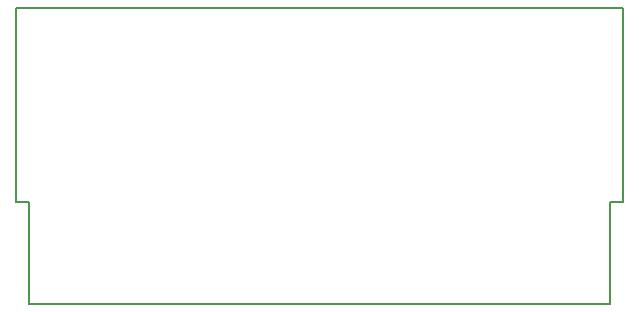
<source format=gbr>
G04 #@! TF.FileFunction,Paste,Bot*
%FSLAX46Y46*%
G04 Gerber Fmt 4.6, Leading zero omitted, Abs format (unit mm)*
G04 Created by KiCad (PCBNEW 4.0.7-e2-6376~60~ubuntu17.10.1) date Wed Jan 17 23:43:32 2018*
%MOMM*%
%LPD*%
G01*
G04 APERTURE LIST*
%ADD10C,0.100000*%
%ADD11C,0.150000*%
G04 APERTURE END LIST*
D10*
D11*
X74300000Y-75000000D02*
X125700000Y-75000000D01*
X74300000Y-91400000D02*
X74300000Y-75000000D01*
X75400000Y-91400000D02*
X74300000Y-91400000D01*
X75400000Y-100000000D02*
X75400000Y-91400000D01*
X125700000Y-91400000D02*
X125700000Y-75000000D01*
X124600000Y-91400000D02*
X125700000Y-91400000D01*
X124600000Y-100000000D02*
X124600000Y-91400000D01*
X75400000Y-100000000D02*
X124600000Y-100000000D01*
M02*

</source>
